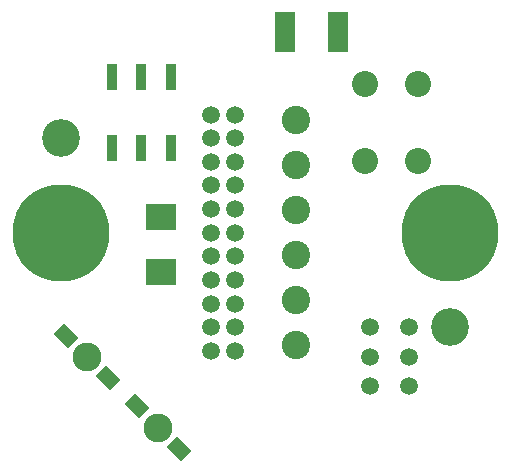
<source format=gbs>
G04*
G04 #@! TF.GenerationSoftware,Altium Limited,Altium Designer,20.1.8 (145)*
G04*
G04 Layer_Color=16711935*
%FSTAX43Y43*%
%MOMM*%
G71*
G04*
G04 #@! TF.SameCoordinates,E6AD84FA-A84C-469F-AD0F-9F455A438001*
G04*
G04*
G04 #@! TF.FilePolarity,Negative*
G04*
G01*
G75*
%ADD10C,3.203*%
%ADD11C,2.203*%
%ADD12C,1.503*%
%ADD13C,2.403*%
%ADD14C,2.453*%
%ADD15C,8.203*%
%ADD29R,0.963X2.203*%
%ADD30R,2.503X2.303*%
G04:AMPARAMS|DCode=31|XSize=1.703mm|YSize=1.203mm|CornerRadius=0mm|HoleSize=0mm|Usage=FLASHONLY|Rotation=135.000|XOffset=0mm|YOffset=0mm|HoleType=Round|Shape=Rectangle|*
%AMROTATEDRECTD31*
4,1,4,1.028,-0.177,0.177,-1.028,-1.028,0.177,-0.177,1.028,1.028,-0.177,0.0*
%
%ADD31ROTATEDRECTD31*%

%ADD32R,1.703X3.403*%
D10*
X01115Y0067D02*
D03*
X00785Y0083D02*
D03*
D11*
X0104289Y0081095D02*
D03*
X0108789D02*
D03*
X0104289Y0087595D02*
D03*
X0108789D02*
D03*
D12*
X009325Y0085D02*
D03*
Y0083D02*
D03*
Y0081D02*
D03*
Y0079D02*
D03*
Y0077D02*
D03*
Y0075D02*
D03*
Y0073D02*
D03*
Y0071D02*
D03*
Y0069D02*
D03*
Y0067D02*
D03*
Y0065D02*
D03*
X009125Y0081D02*
D03*
Y0083D02*
D03*
Y0085D02*
D03*
Y0073D02*
D03*
Y0075D02*
D03*
Y0077D02*
D03*
Y0079D02*
D03*
Y0065D02*
D03*
Y0067D02*
D03*
Y0069D02*
D03*
Y0071D02*
D03*
X01047Y0067D02*
D03*
Y00645D02*
D03*
Y0062D02*
D03*
X0108Y0067D02*
D03*
Y00645D02*
D03*
Y0062D02*
D03*
D13*
X00984Y00655D02*
D03*
Y006931D02*
D03*
Y007312D02*
D03*
Y007693D02*
D03*
Y008074D02*
D03*
Y008455D02*
D03*
D14*
X008075Y00645D02*
D03*
X008675Y00585D02*
D03*
D15*
X01115Y0075D02*
D03*
X00785D02*
D03*
D29*
X0082835Y0082159D02*
D03*
X0085335D02*
D03*
X0087835D02*
D03*
Y0088159D02*
D03*
X0085335D02*
D03*
X0082835D02*
D03*
D30*
X0087Y00717D02*
D03*
Y00763D02*
D03*
D31*
X0082535Y0062715D02*
D03*
X0078965Y0066285D02*
D03*
X0088535Y0056715D02*
D03*
X0084965Y0060285D02*
D03*
D32*
X010201Y0092021D02*
D03*
X009751D02*
D03*
M02*

</source>
